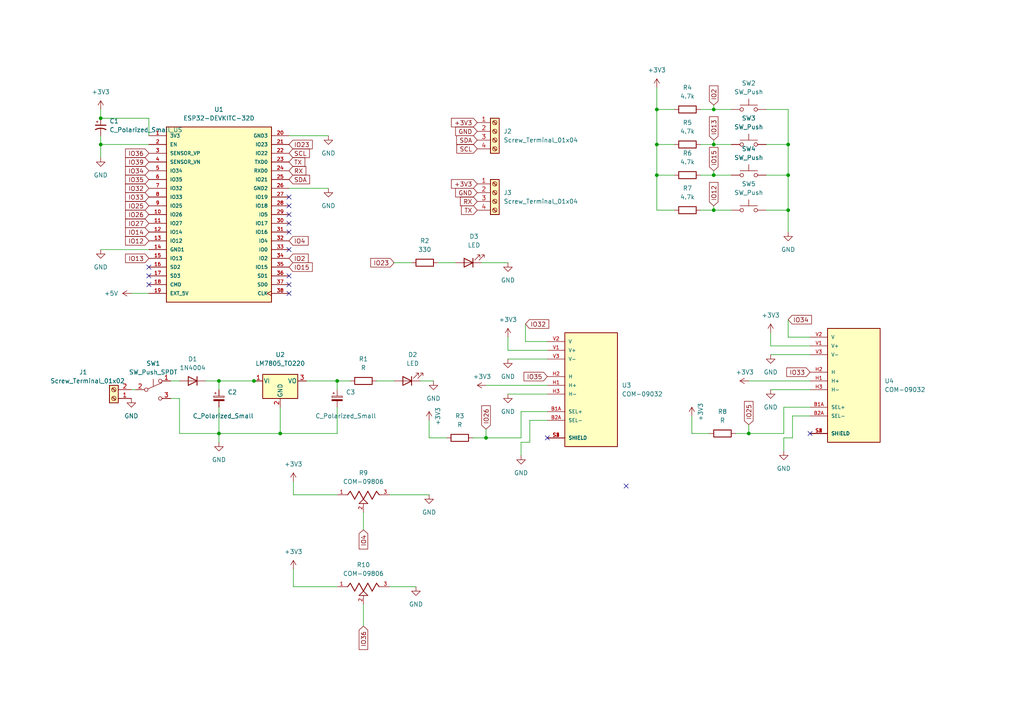
<source format=kicad_sch>
(kicad_sch (version 20211123) (generator eeschema)
  (paper "A4")
  (lib_symbols
    (symbol "COM-09032:COM-09032" (pin_names (offset 1.016))
      (property "Reference" "U" (at -7.62 16.002 0))
      (property "Value" "COM-09032" (at -7.62 -20.32 0))
      (symbol "COM-09032_0_0"
        (rectangle (start -7.62 -17.78) (end 7.62 15.24) (stroke (width 0.254)) (fill (type background)))
        (pin passive line (at -12.7 -7.62 0) (length 5.08) (name "SEL+") (number "B1A"))
        (pin passive line (at -12.7 -10.16 0) (length 5.08) (name "SEL-") (number "B2A"))
        (pin passive line (at -12.7 0 0) (length 5.08) (name "H+") (number "H1"))
        (pin passive line (at -12.7 2.54 0) (length 5.08) (name "H") (number "H2"))
        (pin passive line (at -12.7 -2.54 0) (length 5.08) (name "H-") (number "H3"))
        (pin passive line (at -12.7 -15.24 0) (length 5.08) (name "SHIELD") (number "S1"))
        (pin passive line (at -12.7 -15.24 0) (length 5.08) (name "SHIELD") (number "S2"))
        (pin passive line (at -12.7 -15.24 0) (length 5.08) (name "SHIELD") (number "S3"))
        (pin passive line (at -12.7 -15.24 0) (length 5.08) (name "SHIELD") (number "S4"))
        (pin passive line (at -12.7 10.16 0) (length 5.08) (name "V+") (number "V1"))
        (pin passive line (at -12.7 12.7 0) (length 5.08) (name "V") (number "V2"))
        (pin passive line (at -12.7 7.62 0) (length 5.08) (name "V-") (number "V3"))
      )
    )
    (symbol "Connector:Screw_Terminal_01x02" (pin_names (offset 1.016) hide)
      (property "Reference" "J" (at 0 2.54 0))
      (property "Value" "Screw_Terminal_01x02" (at 0 -5.08 0))
      (symbol "Screw_Terminal_01x02_1_1"
        (rectangle (start -1.27 1.27) (end 1.27 -3.81) (stroke (width 0.254)) (fill (type background)))
        (circle (center 0 -2.54) (radius 0.635) (stroke (width 0.1524)))
        (polyline (pts (xy -0.5334 -2.2098) (xy 0.3302 -3.048)) (stroke (width 0.1524)))
        (polyline (pts (xy -0.5334 0.3302) (xy 0.3302 -0.508)) (stroke (width 0.1524)))
        (polyline (pts (xy -0.3556 -2.032) (xy 0.508 -2.8702)) (stroke (width 0.1524)))
        (polyline (pts (xy -0.3556 0.508) (xy 0.508 -0.3302)) (stroke (width 0.1524)))
        (circle (center 0 0) (radius 0.635) (stroke (width 0.1524)))
        (pin passive line (at -5.08 0 0) (length 3.81) (name "Pin_1") (number "1"))
        (pin passive line (at -5.08 -2.54 0) (length 3.81) (name "Pin_2") (number "2"))
      )
    )
    (symbol "Connector:Screw_Terminal_01x04" (pin_names (offset 1.016) hide)
      (property "Reference" "J" (at 0 5.08 0))
      (property "Value" "Screw_Terminal_01x04" (at 0 -7.62 0))
      (symbol "Screw_Terminal_01x04_1_1"
        (rectangle (start -1.27 3.81) (end 1.27 -6.35) (stroke (width 0.254)) (fill (type background)))
        (circle (center 0 -5.08) (radius 0.635) (stroke (width 0.1524)))
        (circle (center 0 -2.54) (radius 0.635) (stroke (width 0.1524)))
        (polyline (pts (xy -0.5334 -4.7498) (xy 0.3302 -5.588)) (stroke (width 0.1524)))
        (polyline (pts (xy -0.5334 -2.2098) (xy 0.3302 -3.048)) (stroke (width 0.1524)))
        (polyline (pts (xy -0.5334 0.3302) (xy 0.3302 -0.508)) (stroke (width 0.1524)))
        (polyline (pts (xy -0.5334 2.8702) (xy 0.3302 2.032)) (stroke (width 0.1524)))
        (polyline (pts (xy -0.3556 -4.572) (xy 0.508 -5.4102)) (stroke (width 0.1524)))
        (polyline (pts (xy -0.3556 -2.032) (xy 0.508 -2.8702)) (stroke (width 0.1524)))
        (polyline (pts (xy -0.3556 0.508) (xy 0.508 -0.3302)) (stroke (width 0.1524)))
        (polyline (pts (xy -0.3556 3.048) (xy 0.508 2.2098)) (stroke (width 0.1524)))
        (circle (center 0 0) (radius 0.635) (stroke (width 0.1524)))
        (circle (center 0 2.54) (radius 0.635) (stroke (width 0.1524)))
        (pin passive line (at -5.08 2.54 0) (length 3.81) (name "Pin_1") (number "1"))
        (pin passive line (at -5.08 0 0) (length 3.81) (name "Pin_2") (number "2"))
        (pin passive line (at -5.08 -2.54 0) (length 3.81) (name "Pin_3") (number "3"))
        (pin passive line (at -5.08 -5.08 0) (length 3.81) (name "Pin_4") (number "4"))
      )
    )
    (symbol "Device:C_Polarized_Small" (pin_numbers hide) (pin_names (offset 0.254) hide)
      (property "Reference" "C" (at 0.254 1.778 0))
      (property "Value" "C_Polarized_Small" (at 0.254 -2.032 0))
      (symbol "C_Polarized_Small_0_1"
        (rectangle (start -1.524 -0.3048) (end 1.524 -0.6858) (fill (type outline)))
        (rectangle (start -1.524 0.6858) (end 1.524 0.3048))
        (polyline (pts (xy -1.27 1.524) (xy -0.762 1.524)))
        (polyline (pts (xy -1.016 1.27) (xy -1.016 1.778)))
      )
      (symbol "C_Polarized_Small_1_1"
        (pin passive line (at 0 2.54 270) (length 1.8542) (name "~") (number "1"))
        (pin passive line (at 0 -2.54 90) (length 1.8542) (name "~") (number "2"))
      )
    )
    (symbol "Device:C_Polarized_Small_US" (pin_numbers hide) (pin_names (offset 0.254) hide)
      (property "Reference" "C" (at 0.254 1.778 0))
      (property "Value" "C_Polarized_Small_US" (at 0.254 -2.032 0))
      (symbol "C_Polarized_Small_US_0_1"
        (polyline (pts (xy -1.524 0.508) (xy 1.524 0.508)) (stroke (width 0.3048)))
        (polyline (pts (xy -1.27 1.524) (xy -0.762 1.524)))
        (polyline (pts (xy -1.016 1.27) (xy -1.016 1.778)))
        (arc (start 1.524 -0.762) (mid 0 -0.3734) (end -1.524 -0.762) (stroke (width 0.3048)))
      )
      (symbol "C_Polarized_Small_US_1_1"
        (pin passive line (at 0 2.54 270) (length 2.032) (name "~") (number "1"))
        (pin passive line (at 0 -2.54 90) (length 2.032) (name "~") (number "2"))
      )
    )
    (symbol "Device:LED" (pin_numbers hide) (pin_names (offset 1.016) hide)
      (property "Reference" "D" (at 0 2.54 0))
      (property "Value" "LED" (at 0 -2.54 0))
      (symbol "LED_0_1"
        (polyline (pts (xy -1.27 -1.27) (xy -1.27 1.27)) (stroke (width 0.254)))
        (polyline (pts (xy -1.27 0) (xy 1.27 0)))
        (polyline (pts (xy 1.27 -1.27) (xy 1.27 1.27) (xy -1.27 0) (xy 1.27 -1.27)) (stroke (width 0.254)))
        (polyline (pts (xy -3.048 -0.762) (xy -4.572 -2.286) (xy -3.81 -2.286) (xy -4.572 -2.286) (xy -4.572 -1.524)))
        (polyline (pts (xy -1.778 -0.762) (xy -3.302 -2.286) (xy -2.54 -2.286) (xy -3.302 -2.286) (xy -3.302 -1.524)))
      )
      (symbol "LED_1_1"
        (pin passive line (at -3.81 0 0) (length 2.54) (name "K") (number "1"))
        (pin passive line (at 3.81 0 180) (length 2.54) (name "A") (number "2"))
      )
    )
    (symbol "Device:R" (pin_numbers hide) (pin_names (offset 0))
      (property "Reference" "R" (at 2.032 0 90))
      (property "Value" "R" (at 0 0 90))
      (symbol "R_0_1"
        (rectangle (start -1.016 -2.54) (end 1.016 2.54) (stroke (width 0.254)))
      )
      (symbol "R_1_1"
        (pin passive line (at 0 3.81 270) (length 1.27) (name "~") (number "1"))
        (pin passive line (at 0 -3.81 90) (length 1.27) (name "~") (number "2"))
      )
    )
    (symbol "Diode:1N4004" (pin_numbers hide) (pin_names (offset 1.016) hide)
      (property "Reference" "D" (at 0 2.54 0))
      (property "Value" "1N4004" (at 0 -2.54 0))
      (symbol "1N4004_0_1"
        (polyline (pts (xy -1.27 1.27) (xy -1.27 -1.27)) (stroke (width 0.254)))
        (polyline (pts (xy 1.27 0) (xy -1.27 0)))
        (polyline (pts (xy 1.27 1.27) (xy 1.27 -1.27) (xy -1.27 0) (xy 1.27 1.27)) (stroke (width 0.254)))
      )
      (symbol "1N4004_1_1"
        (pin passive line (at -3.81 0 0) (length 2.54) (name "K") (number "1"))
        (pin passive line (at 3.81 0 180) (length 2.54) (name "A") (number "2"))
      )
    )
    (symbol "MCU_Module:ESP32-DEVKITC-32D" (pin_names (offset 1.016))
      (property "Reference" "U" (at -15.2654 26.0604 0))
      (property "Value" "ESP32-DEVKITC-32D" (at -15.2654 -27.9654 0))
      (symbol "ESP32-DEVKITC-32D_0_0"
        (rectangle (start -15.24 -25.4) (end 15.24 25.4) (stroke (width 0.254)) (fill (type background)))
        (pin power_in line (at -20.32 22.86 0) (length 5.08) (name "3V3") (number "1"))
        (pin bidirectional line (at -20.32 0 0) (length 5.08) (name "IO26") (number "10"))
        (pin bidirectional line (at -20.32 -2.54 0) (length 5.08) (name "IO27") (number "11"))
        (pin bidirectional line (at -20.32 -5.08 0) (length 5.08) (name "IO14") (number "12"))
        (pin bidirectional line (at -20.32 -7.62 0) (length 5.08) (name "IO12") (number "13"))
        (pin power_in line (at -20.32 -10.16 0) (length 5.08) (name "GND1") (number "14"))
        (pin bidirectional line (at -20.32 -12.7 0) (length 5.08) (name "IO13") (number "15"))
        (pin bidirectional line (at -20.32 -15.24 0) (length 5.08) (name "SD2") (number "16"))
        (pin bidirectional line (at -20.32 -17.78 0) (length 5.08) (name "SD3") (number "17"))
        (pin bidirectional line (at -20.32 -20.32 0) (length 5.08) (name "CMD") (number "18"))
        (pin power_in line (at -20.32 -22.86 0) (length 5.08) (name "EXT_5V") (number "19"))
        (pin input line (at -20.32 20.32 0) (length 5.08) (name "EN") (number "2"))
        (pin power_in line (at 20.32 22.86 180) (length 5.08) (name "GND3") (number "20"))
        (pin bidirectional line (at 20.32 20.32 180) (length 5.08) (name "IO23") (number "21"))
        (pin bidirectional line (at 20.32 17.78 180) (length 5.08) (name "IO22") (number "22"))
        (pin output line (at 20.32 15.24 180) (length 5.08) (name "TXD0") (number "23"))
        (pin input line (at 20.32 12.7 180) (length 5.08) (name "RXD0") (number "24"))
        (pin bidirectional line (at 20.32 10.16 180) (length 5.08) (name "IO21") (number "25"))
        (pin power_in line (at 20.32 7.62 180) (length 5.08) (name "GND2") (number "26"))
        (pin bidirectional line (at 20.32 5.08 180) (length 5.08) (name "IO19") (number "27"))
        (pin bidirectional line (at 20.32 2.54 180) (length 5.08) (name "IO18") (number "28"))
        (pin bidirectional line (at 20.32 0 180) (length 5.08) (name "IO5") (number "29"))
        (pin input line (at -20.32 17.78 0) (length 5.08) (name "SENSOR_VP") (number "3"))
        (pin bidirectional line (at 20.32 -2.54 180) (length 5.08) (name "IO17") (number "30"))
        (pin bidirectional line (at 20.32 -5.08 180) (length 5.08) (name "IO16") (number "31"))
        (pin bidirectional line (at 20.32 -7.62 180) (length 5.08) (name "IO4") (number "32"))
        (pin bidirectional line (at 20.32 -10.16 180) (length 5.08) (name "IO0") (number "33"))
        (pin bidirectional line (at 20.32 -12.7 180) (length 5.08) (name "IO2") (number "34"))
        (pin bidirectional line (at 20.32 -15.24 180) (length 5.08) (name "IO15") (number "35"))
        (pin bidirectional line (at 20.32 -17.78 180) (length 5.08) (name "SD1") (number "36"))
        (pin bidirectional line (at 20.32 -20.32 180) (length 5.08) (name "SD0") (number "37"))
        (pin input clock (at 20.32 -22.86 180) (length 5.08) (name "CLK") (number "38"))
        (pin input line (at -20.32 15.24 0) (length 5.08) (name "SENSOR_VN") (number "4"))
        (pin bidirectional line (at -20.32 12.7 0) (length 5.08) (name "IO34") (number "5"))
        (pin bidirectional line (at -20.32 10.16 0) (length 5.08) (name "IO35") (number "6"))
        (pin bidirectional line (at -20.32 7.62 0) (length 5.08) (name "IO32") (number "7"))
        (pin bidirectional line (at -20.32 5.08 0) (length 5.08) (name "IO33") (number "8"))
        (pin bidirectional line (at -20.32 2.54 0) (length 5.08) (name "IO25") (number "9"))
      )
    )
    (symbol "POT_SMALL:COM-09806" (pin_names (offset 1.016) hide)
      (property "Reference" "R" (at -5.08 5.08 0))
      (property "Value" "COM-09806" (at -5.08 2.54 0))
      (symbol "COM-09806_0_0"
        (polyline (pts (xy -5.08 0) (xy -4.572 0)) (stroke (width 0.1524)))
        (polyline (pts (xy -4.572 0) (xy -3.81 1.016)) (stroke (width 0.254)))
        (polyline (pts (xy -3.81 1.016) (xy -2.54 -1.27)) (stroke (width 0.254)))
        (polyline (pts (xy -2.54 -1.27) (xy -1.27 1.016)) (stroke (width 0.254)))
        (polyline (pts (xy -1.27 -2.54) (xy 0 -1.27)) (stroke (width 0.2032)))
        (polyline (pts (xy -1.27 1.016) (xy 0 -1.27)) (stroke (width 0.254)))
        (polyline (pts (xy 0 -1.27) (xy 1.27 -2.54)) (stroke (width 0.2032)))
        (polyline (pts (xy 0 -1.27) (xy 1.27 1.016)) (stroke (width 0.254)))
        (polyline (pts (xy 1.27 -2.54) (xy -1.27 -2.54)) (stroke (width 0.2032)))
        (polyline (pts (xy 1.27 1.016) (xy 2.54 -1.27)) (stroke (width 0.254)))
        (polyline (pts (xy 2.54 -1.27) (xy 3.81 1.016)) (stroke (width 0.254)))
        (polyline (pts (xy 3.81 1.016) (xy 4.572 0)) (stroke (width 0.254)))
        (polyline (pts (xy 4.572 0) (xy 5.08 0)) (stroke (width 0.1524)))
        (pin passive line (at -7.62 0 0) (length 2.54) (name "~") (number "1"))
        (pin passive line (at 0 -5.08 90) (length 2.54) (name "~") (number "2"))
        (pin passive line (at 7.62 0 180) (length 2.54) (name "~") (number "3"))
      )
    )
    (symbol "Regulator_Linear:LM7805_TO220" (pin_names (offset 0.254))
      (property "Reference" "U" (at -3.81 3.175 0))
      (property "Value" "LM7805_TO220" (at 0 3.175 0))
      (symbol "LM7805_TO220_0_1"
        (rectangle (start -5.08 1.905) (end 5.08 -5.08) (stroke (width 0.254)) (fill (type background)))
      )
      (symbol "LM7805_TO220_1_1"
        (pin power_in line (at -7.62 0 0) (length 2.54) (name "VI") (number "1"))
        (pin power_in line (at 0 -7.62 90) (length 2.54) (name "GND") (number "2"))
        (pin power_out line (at 7.62 0 180) (length 2.54) (name "VO") (number "3"))
      )
    )
    (symbol "Switch:SW_Push" (pin_numbers hide) (pin_names (offset 1.016) hide)
      (property "Reference" "SW" (at 1.27 2.54 0))
      (property "Value" "SW_Push" (at 0 -1.524 0))
      (symbol "SW_Push_0_1"
        (circle (center -2.032 0) (radius 0.508))
        (polyline (pts (xy 0 1.27) (xy 0 3.048)))
        (polyline (pts (xy 2.54 1.27) (xy -2.54 1.27)))
        (circle (center 2.032 0) (radius 0.508))
        (pin passive line (at -5.08 0 0) (length 2.54) (name "1") (number "1"))
        (pin passive line (at 5.08 0 180) (length 2.54) (name "2") (number "2"))
      )
    )
    (symbol "Switch:SW_Push_SPDT" (pin_names (offset 0) hide)
      (property "Reference" "SW" (at 0 4.318 0))
      (property "Value" "SW_Push_SPDT" (at 0 -5.08 0))
      (symbol "SW_Push_SPDT_0_0"
        (circle (center -2.032 0) (radius 0.508))
        (polyline (pts (xy 0 1.016) (xy 0 3.048)))
        (circle (center 2.032 -2.54) (radius 0.508))
      )
      (symbol "SW_Push_SPDT_0_1"
        (polyline (pts (xy -1.524 0.254) (xy 2.54 2.032)))
        (circle (center 2.032 2.54) (radius 0.508))
      )
      (symbol "SW_Push_SPDT_1_1"
        (pin passive line (at 5.08 2.54 180) (length 2.54) (name "A") (number "1"))
        (pin passive line (at -5.08 0 0) (length 2.54) (name "B") (number "2"))
        (pin passive line (at 5.08 -2.54 180) (length 2.54) (name "C") (number "3"))
      )
    )
    (symbol "power:+3.3V" (power) (pin_names (offset 0))
      (property "Value" "+3.3V" (at 0 3.556 0))
      (symbol "+3.3V_0_1"
        (polyline (pts (xy -0.762 1.27) (xy 0 2.54)))
        (polyline (pts (xy 0 0) (xy 0 2.54)))
        (polyline (pts (xy 0 2.54) (xy 0.762 1.27)))
      )
      (symbol "+3.3V_1_1"
        (pin power_in line (at 0 0 90) (length 0) hide (name "+3V3") (number "1"))
      )
    )
    (symbol "power:+3V3" (power) (pin_names (offset 0))
      (property "Value" "+3V3" (at 0 3.556 0))
      (symbol "+3V3_0_1"
        (polyline (pts (xy -0.762 1.27) (xy 0 2.54)))
        (polyline (pts (xy 0 0) (xy 0 2.54)))
        (polyline (pts (xy 0 2.54) (xy 0.762 1.27)))
      )
      (symbol "+3V3_1_1"
        (pin power_in line (at 0 0 90) (length 0) hide (name "+3V3") (number "1"))
      )
    )
    (symbol "power:+5V" (power) (pin_names (offset 0))
      (property "Value" "+5V" (at 0 3.556 0))
      (symbol "+5V_0_1"
        (polyline (pts (xy -0.762 1.27) (xy 0 2.54)))
        (polyline (pts (xy 0 0) (xy 0 2.54)))
        (polyline (pts (xy 0 2.54) (xy 0.762 1.27)))
      )
      (symbol "+5V_1_1"
        (pin power_in line (at 0 0 90) (length 0) hide (name "+5V") (number "1"))
      )
    )
    (symbol "power:GND" (power) (pin_names (offset 0))
      (property "Value" "GND" (at 0 -3.81 0))
      (symbol "GND_0_1"
        (polyline (pts (xy 0 0) (xy 0 -1.27) (xy 1.27 -1.27) (xy 0 -2.54) (xy -1.27 -1.27) (xy 0 -1.27)))
      )
      (symbol "GND_1_1"
        (pin power_in line (at 0 0 270) (length 0) hide (name "GND") (number "1"))
      )
    )
  )
  (junction (at 81.28 125.73))
  (junction (at 29.21 34.29))
  (junction (at 140.97 127))
  (junction (at 207.01 60.96))
  (junction (at 190.5 41.91))
  (junction (at 207.01 31.75))
  (junction (at 228.6 50.8))
  (junction (at 63.5 110.49))
  (junction (at 73.66 110.49))
  (junction (at 29.21 41.91))
  (junction (at 207.01 41.91))
  (junction (at 207.01 50.8))
  (junction (at 190.5 31.75))
  (junction (at 190.5 50.8))
  (junction (at 217.17 125.73))
  (junction (at 63.5 125.73))
  (junction (at 228.6 60.96))
  (junction (at 97.79 110.49))
  (junction (at 228.6 41.91))
  (no_connect (at 181.61 140.97))
  (no_connect (at 158.75 127))
  (no_connect (at 234.95 125.73))
  (no_connect (at 83.82 64.77))
  (no_connect (at 83.82 67.31))
  (no_connect (at 83.82 72.39))
  (no_connect (at 83.82 80.01))
  (no_connect (at 83.82 57.15))
  (no_connect (at 83.82 59.69))
  (no_connect (at 83.82 62.23))
  (no_connect (at 83.82 82.55))
  (no_connect (at 83.82 85.09))
  (no_connect (at 43.18 77.47))
  (no_connect (at 43.18 80.01))
  (no_connect (at 43.18 82.55))
  (wire (pts (xy 228.6 41.91) (xy 228.6 50.8)))
  (wire (pts (xy 63.5 118.11) (xy 63.5 125.73)))
  (wire (pts (xy 85.09 143.51) (xy 85.09 139.7)))
  (wire (pts (xy 190.5 41.91) (xy 190.5 50.8)))
  (wire (pts (xy 63.5 110.49) (xy 73.66 110.49)))
  (wire (pts (xy 195.58 60.96) (xy 190.5 60.96)))
  (wire (pts (xy 229.87 120.65) (xy 234.95 120.65)))
  (wire (pts (xy 227.33 127) (xy 229.87 127)))
  (wire (pts (xy 52.07 125.73) (xy 63.5 125.73)))
  (wire (pts (xy 124.46 121.92) (xy 124.46 127)))
  (wire (pts (xy 97.79 118.11) (xy 97.79 125.73)))
  (wire (pts (xy 85.09 165.1) (xy 85.09 170.18)))
  (wire (pts (xy 83.82 39.37) (xy 95.25 39.37)))
  (wire (pts (xy 105.41 148.59) (xy 105.41 153.67)))
  (wire (pts (xy 63.5 125.73) (xy 63.5 128.27)))
  (wire (pts (xy 229.87 127) (xy 229.87 120.65)))
  (wire (pts (xy 200.66 125.73) (xy 205.74 125.73)))
  (wire (pts (xy 217.17 110.49) (xy 234.95 110.49)))
  (wire (pts (xy 227.33 118.11) (xy 234.95 118.11)))
  (wire (pts (xy 147.32 114.3) (xy 158.75 114.3)))
  (wire (pts (xy 222.25 41.91) (xy 228.6 41.91)))
  (wire (pts (xy 151.13 119.38) (xy 158.75 119.38)))
  (wire (pts (xy 223.52 113.03) (xy 234.95 113.03)))
  (wire (pts (xy 29.21 41.91) (xy 29.21 45.72)))
  (wire (pts (xy 140.97 124.46) (xy 140.97 127)))
  (wire (pts (xy 109.22 110.49) (xy 114.3 110.49)))
  (wire (pts (xy 81.28 118.11) (xy 81.28 125.73)))
  (wire (pts (xy 88.9 110.49) (xy 97.79 110.49)))
  (wire (pts (xy 203.2 41.91) (xy 207.01 41.91)))
  (wire (pts (xy 38.1 85.09) (xy 43.18 85.09)))
  (wire (pts (xy 52.07 115.57) (xy 49.53 115.57)))
  (wire (pts (xy 63.5 125.73) (xy 81.28 125.73)))
  (wire (pts (xy 228.6 97.79) (xy 234.95 97.79)))
  (wire (pts (xy 52.07 115.57) (xy 52.07 125.73)))
  (wire (pts (xy 114.3 76.2) (xy 119.38 76.2)))
  (wire (pts (xy 152.4 93.98) (xy 152.4 99.06)))
  (wire (pts (xy 153.67 121.92) (xy 158.75 121.92)))
  (wire (pts (xy 217.17 125.73) (xy 227.33 125.73)))
  (wire (pts (xy 147.32 104.14) (xy 158.75 104.14)))
  (wire (pts (xy 147.32 97.79) (xy 147.32 101.6)))
  (wire (pts (xy 190.5 31.75) (xy 195.58 31.75)))
  (wire (pts (xy 228.6 92.71) (xy 228.6 97.79)))
  (wire (pts (xy 49.53 110.49) (xy 52.07 110.49)))
  (wire (pts (xy 222.25 31.75) (xy 228.6 31.75)))
  (wire (pts (xy 97.79 110.49) (xy 101.6 110.49)))
  (wire (pts (xy 207.01 49.53) (xy 207.01 50.8)))
  (wire (pts (xy 207.01 40.64) (xy 207.01 41.91)))
  (wire (pts (xy 227.33 125.73) (xy 227.33 118.11)))
  (wire (pts (xy 140.97 127) (xy 151.13 127)))
  (wire (pts (xy 152.4 99.06) (xy 158.75 99.06)))
  (wire (pts (xy 59.69 110.49) (xy 63.5 110.49)))
  (wire (pts (xy 140.97 111.76) (xy 158.75 111.76)))
  (wire (pts (xy 137.16 127) (xy 140.97 127)))
  (wire (pts (xy 147.32 101.6) (xy 158.75 101.6)))
  (wire (pts (xy 207.01 60.96) (xy 212.09 60.96)))
  (wire (pts (xy 73.66 110.49) (xy 74.93 110.49)))
  (wire (pts (xy 203.2 50.8) (xy 207.01 50.8)))
  (wire (pts (xy 29.21 31.75) (xy 29.21 34.29)))
  (wire (pts (xy 190.5 31.75) (xy 190.5 41.91)))
  (wire (pts (xy 139.7 76.2) (xy 147.32 76.2)))
  (wire (pts (xy 97.79 110.49) (xy 97.79 113.03)))
  (wire (pts (xy 227.33 130.81) (xy 227.33 127)))
  (wire (pts (xy 121.92 110.49) (xy 125.73 110.49)))
  (wire (pts (xy 223.52 96.52) (xy 223.52 100.33)))
  (wire (pts (xy 207.01 31.75) (xy 212.09 31.75)))
  (wire (pts (xy 85.09 170.18) (xy 97.79 170.18)))
  (wire (pts (xy 151.13 128.27) (xy 153.67 128.27)))
  (wire (pts (xy 113.03 143.51) (xy 124.46 143.51)))
  (wire (pts (xy 228.6 60.96) (xy 228.6 67.31)))
  (wire (pts (xy 124.46 127) (xy 129.54 127)))
  (wire (pts (xy 217.17 123.19) (xy 217.17 125.73)))
  (wire (pts (xy 213.36 125.73) (xy 217.17 125.73)))
  (wire (pts (xy 190.5 41.91) (xy 195.58 41.91)))
  (wire (pts (xy 105.41 175.26) (xy 105.41 181.61)))
  (wire (pts (xy 190.5 50.8) (xy 190.5 60.96)))
  (wire (pts (xy 200.66 120.65) (xy 200.66 125.73)))
  (wire (pts (xy 203.2 60.96) (xy 207.01 60.96)))
  (wire (pts (xy 223.52 100.33) (xy 234.95 100.33)))
  (wire (pts (xy 207.01 41.91) (xy 212.09 41.91)))
  (wire (pts (xy 29.21 72.39) (xy 43.18 72.39)))
  (wire (pts (xy 43.18 34.29) (xy 43.18 39.37)))
  (wire (pts (xy 151.13 132.08) (xy 151.13 128.27)))
  (wire (pts (xy 127 76.2) (xy 132.08 76.2)))
  (wire (pts (xy 151.13 127) (xy 151.13 119.38)))
  (wire (pts (xy 81.28 125.73) (xy 97.79 125.73)))
  (wire (pts (xy 97.79 143.51) (xy 85.09 143.51)))
  (wire (pts (xy 228.6 31.75) (xy 228.6 41.91)))
  (wire (pts (xy 207.01 50.8) (xy 212.09 50.8)))
  (wire (pts (xy 83.82 54.61) (xy 95.25 54.61)))
  (wire (pts (xy 43.18 41.91) (xy 29.21 41.91)))
  (wire (pts (xy 190.5 25.4) (xy 190.5 31.75)))
  (wire (pts (xy 207.01 30.48) (xy 207.01 31.75)))
  (wire (pts (xy 228.6 60.96) (xy 222.25 60.96)))
  (wire (pts (xy 190.5 50.8) (xy 195.58 50.8)))
  (wire (pts (xy 228.6 50.8) (xy 228.6 60.96)))
  (wire (pts (xy 29.21 34.29) (xy 43.18 34.29)))
  (wire (pts (xy 113.03 170.18) (xy 120.65 170.18)))
  (wire (pts (xy 153.67 128.27) (xy 153.67 121.92)))
  (wire (pts (xy 223.52 102.87) (xy 234.95 102.87)))
  (wire (pts (xy 29.21 39.37) (xy 29.21 41.91)))
  (wire (pts (xy 38.1 113.03) (xy 39.37 113.03)))
  (wire (pts (xy 203.2 31.75) (xy 207.01 31.75)))
  (wire (pts (xy 222.25 50.8) (xy 228.6 50.8)))
  (wire (pts (xy 207.01 59.69) (xy 207.01 60.96)))
  (wire (pts (xy 63.5 110.49) (xy 63.5 113.03)))
  (global_label "IO2" (shape input) (at 207.01 30.48 90) (property "Intersheet References" "${INTERSHEET_REFS}" (effects hide)))
  (global_label "IO34" (shape input) (at 228.6 92.71 0) (property "Intersheet References" "${INTERSHEET_REFS}" (effects hide)))
  (global_label "IO25" (shape input) (at 217.17 123.19 90) (property "Intersheet References" "${INTERSHEET_REFS}" (effects hide)))
  (global_label "SDA" (shape input) (at 83.82 52.07 0) (property "Intersheet References" "${INTERSHEET_REFS}" (effects hide)))
  (global_label "IO4" (shape input) (at 83.82 69.85 0) (property "Intersheet References" "${INTERSHEET_REFS}" (effects hide)))
  (global_label "IO36" (shape input) (at 105.41 181.61 270) (property "Intersheet References" "${INTERSHEET_REFS}" (effects hide)))
  (global_label "IO12" (shape input) (at 43.18 69.85 180) (property "Intersheet References" "${INTERSHEET_REFS}" (effects hide)))
  (global_label "IO26" (shape input) (at 43.18 62.23 180) (property "Intersheet References" "${INTERSHEET_REFS}" (effects hide)))
  (global_label "IO23" (shape input) (at 114.3 76.2 180) (property "Intersheet References" "${INTERSHEET_REFS}" (effects hide)))
  (global_label "RX" (shape input) (at 83.82 49.53 0) (property "Intersheet References" "${INTERSHEET_REFS}" (effects hide)))
  (global_label "IO35" (shape input) (at 43.18 52.07 180) (property "Intersheet References" "${INTERSHEET_REFS}" (effects hide)))
  (global_label "IO12" (shape input) (at 207.01 59.69 90) (property "Intersheet References" "${INTERSHEET_REFS}" (effects hide)))
  (global_label "IO14" (shape input) (at 43.18 67.31 180) (property "Intersheet References" "${INTERSHEET_REFS}" (effects hide)))
  (global_label "TX" (shape input) (at 138.43 60.96 180) (property "Intersheet References" "${INTERSHEET_REFS}" (effects hide)))
  (global_label "IO35" (shape input) (at 158.75 109.22 180) (property "Intersheet References" "${INTERSHEET_REFS}" (effects hide)))
  (global_label "IO39" (shape input) (at 43.18 46.99 180) (property "Intersheet References" "${INTERSHEET_REFS}" (effects hide)))
  (global_label "RX" (shape input) (at 138.43 58.42 180) (property "Intersheet References" "${INTERSHEET_REFS}" (effects hide)))
  (global_label "SCL" (shape input) (at 83.82 44.45 0) (property "Intersheet References" "${INTERSHEET_REFS}" (effects hide)))
  (global_label "IO13" (shape input) (at 43.18 74.93 180) (property "Intersheet References" "${INTERSHEET_REFS}" (effects hide)))
  (global_label "IO23" (shape input) (at 83.82 41.91 0) (property "Intersheet References" "${INTERSHEET_REFS}" (effects hide)))
  (global_label "TX" (shape input) (at 83.82 46.99 0) (property "Intersheet References" "${INTERSHEET_REFS}" (effects hide)))
  (global_label "+3V3" (shape input) (at 138.43 35.56 180) (property "Intersheet References" "${INTERSHEET_REFS}" (effects hide)))
  (global_label "IO32" (shape input) (at 152.4 93.98 0) (property "Intersheet References" "${INTERSHEET_REFS}" (effects hide)))
  (global_label "IO4" (shape input) (at 105.41 153.67 270) (property "Intersheet References" "${INTERSHEET_REFS}" (effects hide)))
  (global_label "IO34" (shape input) (at 43.18 49.53 180) (property "Intersheet References" "${INTERSHEET_REFS}" (effects hide)))
  (global_label "GND" (shape input) (at 138.43 38.1 180) (property "Intersheet References" "${INTERSHEET_REFS}" (effects hide)))
  (global_label "IO33" (shape input) (at 43.18 57.15 180) (property "Intersheet References" "${INTERSHEET_REFS}" (effects hide)))
  (global_label "+3V3" (shape input) (at 138.43 53.34 180) (property "Intersheet References" "${INTERSHEET_REFS}" (effects hide)))
  (global_label "IO15" (shape input) (at 83.82 77.47 0) (property "Intersheet References" "${INTERSHEET_REFS}" (effects hide)))
  (global_label "IO27" (shape input) (at 43.18 64.77 180) (property "Intersheet References" "${INTERSHEET_REFS}" (effects hide)))
  (global_label "IO13" (shape input) (at 207.01 40.64 90) (property "Intersheet References" "${INTERSHEET_REFS}" (effects hide)))
  (global_label "IO32" (shape input) (at 43.18 54.61 180) (property "Intersheet References" "${INTERSHEET_REFS}" (effects hide)))
  (global_label "GND" (shape input) (at 138.43 55.88 180) (property "Intersheet References" "${INTERSHEET_REFS}" (effects hide)))
  (global_label "IO36" (shape input) (at 43.18 44.45 180) (property "Intersheet References" "${INTERSHEET_REFS}" (effects hide)))
  (global_label "IO33" (shape input) (at 234.95 107.95 180) (property "Intersheet References" "${INTERSHEET_REFS}" (effects hide)))
  (global_label "IO15" (shape input) (at 207.01 49.53 90) (property "Intersheet References" "${INTERSHEET_REFS}" (effects hide)))
  (global_label "IO25" (shape input) (at 43.18 59.69 180) (property "Intersheet References" "${INTERSHEET_REFS}" (effects hide)))
  (global_label "SDA" (shape input) (at 138.43 40.64 180) (property "Intersheet References" "${INTERSHEET_REFS}" (effects hide)))
  (global_label "IO26" (shape input) (at 140.97 124.46 90) (property "Intersheet References" "${INTERSHEET_REFS}" (effects hide)))
  (global_label "SCL" (shape input) (at 138.43 43.18 180) (property "Intersheet References" "${INTERSHEET_REFS}" (effects hide)))
  (global_label "IO2" (shape input) (at 83.82 74.93 0) (property "Intersheet References" "${INTERSHEET_REFS}" (effects hide)))
  (symbol (lib_id "power:+3V3") (at 200.66 120.65 0) (unit 1)
    (property "Reference" "#PWR0117" (effects hide))
    (property "Value" "+3V3" (at 203.2 116.84 90) (effects (justify right)))
  )
  (symbol (lib_id "power:GND") (at 95.25 54.61 0) (unit 1)
    (property "Reference" "#PWR0121" (effects hide))
    (property "Value" "GND" (at 95.25 59.69 0))
  )
  (symbol (lib_id "power:GND") (at 38.1 115.57 0) (unit 1)
    (property "Reference" "#PWR0102" (effects hide))
    (property "Value" "GND" (at 38.1 120.65 0))
  )
  (symbol (lib_id "power:GND") (at 63.5 128.27 0) (unit 1)
    (property "Reference" "#PWR0101" (effects hide))
    (property "Value" "GND" (at 63.5 133.35 0))
  )
  (symbol (lib_id "power:GND") (at 147.32 76.2 0) (unit 1)
    (property "Reference" "#PWR0108" (effects hide))
    (property "Value" "GND" (at 147.32 81.28 0))
  )
  (symbol (lib_id "power:+3.3V") (at 85.09 139.7 0) (unit 1)
    (property "Reference" "#PWR01" (effects hide))
    (property "Value" "+3.3V" (at 85.09 134.62 0))
  )
  (symbol (lib_id "Device:R") (at 105.41 110.49 90) (unit 1)
    (property "Reference" "R1" (at 105.41 104.14 90))
    (property "Value" "R" (at 105.41 106.68 90))
    (property "Footprint" "Resistor_THT:R_Axial_DIN0207_L6.3mm_D2.5mm_P10.16mm_Horizontal" (effects hide))
  )
  (symbol (lib_id "Switch:SW_Push") (at 217.17 50.8 0) (unit 1)
    (property "Reference" "SW4" (at 217.17 43.18 0))
    (property "Value" "SW_Push" (at 217.17 45.72 0))
    (property "Footprint" "Button_Switch_THT:SW_PUSH-12mm" (effects hide))
  )
  (symbol (lib_id "power:+3V3") (at 147.32 97.79 0) (unit 1)
    (property "Reference" "#PWR0110" (effects hide))
    (property "Value" "+3V3" (at 147.32 92.71 0))
  )
  (symbol (lib_id "Device:C_Polarized_Small") (at 97.79 115.57 0) (unit 1)
    (property "Reference" "C3" (at 100.33 113.7538 0) (effects (justify left)))
    (property "Value" "C_Polarized_Small" (at 91.44 120.65 0) (effects (justify left)))
    (property "Footprint" "Capacitor_THT:CP_Radial_D5.0mm_P2.50mm" (effects hide))
  )
  (symbol (lib_id "Connector:Screw_Terminal_01x04") (at 143.51 55.88 0) (unit 1)
    (property "Reference" "J3" (at 146.05 55.8799 0) (effects (justify left)))
    (property "Value" "Screw_Terminal_01x04" (at 146.05 58.4199 0) (effects (justify left)))
    (property "Footprint" "Connector_PinHeader_2.54mm:PinHeader_1x04_P2.54mm_Vertical" (effects hide))
  )
  (symbol (lib_id "Device:R") (at 199.39 31.75 90) (unit 1)
    (property "Reference" "R4" (at 199.39 25.4 90))
    (property "Value" "4.7k" (at 199.39 27.94 90))
    (property "Footprint" "Resistor_THT:R_Axial_DIN0207_L6.3mm_D2.5mm_P10.16mm_Horizontal" (effects hide))
  )
  (symbol (lib_id "Device:R") (at 199.39 50.8 90) (unit 1)
    (property "Reference" "R6" (at 199.39 44.45 90))
    (property "Value" "4.7k" (at 199.39 46.99 90))
    (property "Footprint" "Resistor_THT:R_Axial_DIN0207_L6.3mm_D2.5mm_P10.16mm_Horizontal" (effects hide))
  )
  (symbol (lib_id "power:+3V3") (at 223.52 96.52 0) (unit 1)
    (property "Reference" "#PWR0118" (effects hide))
    (property "Value" "+3V3" (at 223.52 91.44 0))
  )
  (symbol (lib_id "Switch:SW_Push_SPDT") (at 44.45 113.03 0) (unit 1)
    (property "Reference" "SW1" (at 44.45 105.41 0))
    (property "Value" "SW_Push_SPDT" (at 44.45 107.95 0))
    (property "Footprint" "Button_Switch_THT:SW_CuK_JS202011CQN_DPDT_Straight" (effects hide))
  )
  (symbol (lib_id "Regulator_Linear:LM7805_TO220") (at 81.28 110.49 0) (unit 1)
    (property "Reference" "U2" (at 81.28 102.87 0))
    (property "Value" "LM7805_TO220" (at 81.28 105.41 0))
    (property "Footprint" "Package_TO_SOT_THT:TO-220-3_Vertical" (effects hide))
    (property "Datasheet" "https://www.onsemi.cn/PowerSolutions/document/MC7800-D.PDF" (effects hide))
  )
  (symbol (lib_id "power:+3V3") (at 217.17 110.49 90) (unit 1)
    (property "Reference" "#PWR0116" (effects hide))
    (property "Value" "+3V3" (at 213.36 107.95 90) (effects (justify right)))
  )
  (symbol (lib_id "power:+3V3") (at 190.5 25.4 0) (unit 1)
    (property "Reference" "#PWR0107" (effects hide))
    (property "Value" "+3V3" (at 190.5 20.32 0))
  )
  (symbol (lib_id "power:GND") (at 125.73 110.49 0) (unit 1)
    (property "Reference" "#PWR0124" (effects hide))
    (property "Value" "GND" (at 125.73 115.57 0))
  )
  (symbol (lib_id "Device:R") (at 133.35 127 90) (unit 1)
    (property "Reference" "R3" (at 133.35 120.65 90))
    (property "Value" "R" (at 133.35 123.19 90))
    (property "Footprint" "Resistor_THT:R_Axial_DIN0207_L6.3mm_D2.5mm_P10.16mm_Horizontal" (effects hide))
  )
  (symbol (lib_id "POT_SMALL:COM-09806") (at 105.41 170.18 0) (unit 1)
    (property "Reference" "R10" (at 105.41 163.83 0))
    (property "Value" "COM-09806" (at 105.41 166.37 0))
    (property "Footprint" "COM-09806:TRIM_COM-09806" (effects hide))
    (property "STANDARD" "Manufacturer Recommendations" (effects hide))
    (property "MAXIMUM_PACKAGE_HEIGHT" "5.08 mm" (effects hide))
    (property "MANUFACTURER" "Sparkfun" (effects hide))
    (property "PARTREV" "N/A" (effects hide))
  )
  (symbol (lib_id "power:GND") (at 228.6 67.31 0) (unit 1)
    (property "Reference" "#PWR0106" (effects hide))
    (property "Value" "GND" (at 228.6 72.39 0))
  )
  (symbol (lib_id "POT_SMALL:COM-09806") (at 105.41 143.51 0) (unit 1)
    (property "Reference" "R9" (at 105.41 137.16 0))
    (property "Value" "COM-09806" (at 105.41 139.7 0))
    (property "Footprint" "COM-09806:TRIM_COM-09806" (effects hide))
    (property "STANDARD" "Manufacturer Recommendations" (effects hide))
    (property "MAXIMUM_PACKAGE_HEIGHT" "5.08 mm" (effects hide))
    (property "MANUFACTURER" "Sparkfun" (effects hide))
    (property "PARTREV" "N/A" (effects hide))
  )
  (symbol (lib_id "power:+5V") (at 38.1 85.09 90) (unit 1)
    (property "Reference" "#PWR0104" (effects hide))
    (property "Value" "+5V" (at 34.29 85.0899 90) (effects (justify left)))
  )
  (symbol (lib_id "power:GND") (at 147.32 114.3 0) (unit 1)
    (property "Reference" "#PWR0112" (effects hide))
    (property "Value" "GND" (at 147.32 119.38 0))
  )
  (symbol (lib_id "MCU_Module:ESP32-DEVKITC-32D") (at 63.5 62.23 0) (unit 1)
    (property "Reference" "U1" (at 63.5 31.75 0))
    (property "Value" "ESP32-DEVKITC-32D" (at 63.5 34.29 0))
    (property "Footprint" "Module:MODULE_ESP32-DEVKITC-32D" (effects hide))
    (property "MANUFACTURER" "Espressif Systems" (effects hide))
    (property "PARTREV" "4" (effects hide))
  )
  (symbol (lib_id "power:+3.3V") (at 85.09 165.1 0) (unit 1)
    (property "Reference" "#PWR02" (effects hide))
    (property "Value" "+3.3V" (at 85.09 160.02 0))
  )
  (symbol (lib_id "power:+3V3") (at 29.21 31.75 0) (unit 1)
    (property "Reference" "#PWR0123" (effects hide))
    (property "Value" "+3V3" (at 29.21 26.67 0))
  )
  (symbol (lib_id "COM-09032:COM-09032") (at 247.65 110.49 0) (unit 1)
    (property "Reference" "U4" (at 256.54 110.4899 0) (effects (justify left)))
    (property "Value" "COM-09032" (at 256.54 113.0299 0) (effects (justify left)))
    (property "Footprint" "Button_Switch_THT:XDCR_COM-09032" (effects hide))
    (property "PARTREV" "N/A" (effects hide))
    (property "MANUFACTURER" "SparkFun Electronics" (effects hide))
    (property "MAXIMUM_PACKAGE_HEIGHT" "30.1mm" (effects hide))
    (property "STANDARD" "Manufacturer Recommendations" (effects hide))
  )
  (symbol (lib_id "power:GND") (at 95.25 39.37 0) (unit 1)
    (property "Reference" "#PWR0122" (effects hide))
    (property "Value" "GND" (at 95.25 44.45 0))
  )
  (symbol (lib_id "power:GND") (at 29.21 45.72 0) (unit 1)
    (property "Reference" "#PWR0105" (effects hide))
    (property "Value" "GND" (at 29.21 50.8 0))
  )
  (symbol (lib_id "power:+3V3") (at 124.46 121.92 0) (unit 1)
    (property "Reference" "#PWR0113" (effects hide))
    (property "Value" "+3V3" (at 127 118.11 90) (effects (justify right)))
  )
  (symbol (lib_id "power:GND") (at 29.21 72.39 0) (unit 1)
    (property "Reference" "#PWR0103" (effects hide))
    (property "Value" "GND" (at 29.21 77.47 0))
  )
  (symbol (lib_id "Switch:SW_Push") (at 217.17 41.91 0) (unit 1)
    (property "Reference" "SW3" (at 217.17 34.29 0))
    (property "Value" "SW_Push" (at 217.17 36.83 0))
    (property "Footprint" "Button_Switch_THT:SW_Tactile_SPST_Angled_PTS645Vx83-2LFS" (effects hide))
  )
  (symbol (lib_id "power:GND") (at 124.46 143.51 0) (unit 1)
    (property "Reference" "#PWR04" (effects hide))
    (property "Value" "GND" (at 124.46 148.59 0))
  )
  (symbol (lib_id "Device:R") (at 209.55 125.73 90) (unit 1)
    (property "Reference" "R8" (at 209.55 119.38 90))
    (property "Value" "R" (at 209.55 121.92 90))
    (property "Footprint" "Resistor_THT:R_Axial_DIN0207_L6.3mm_D2.5mm_P10.16mm_Horizontal" (effects hide))
  )
  (symbol (lib_id "power:+3V3") (at 140.97 111.76 90) (unit 1)
    (property "Reference" "#PWR0111" (effects hide))
    (property "Value" "+3V3" (at 137.16 109.22 90) (effects (justify right)))
  )
  (symbol (lib_id "Diode:1N4004") (at 55.88 110.49 180) (unit 1)
    (property "Reference" "D1" (at 55.88 104.14 0))
    (property "Value" "1N4004" (at 55.88 106.68 0))
    (property "Footprint" "Diode_THT:D_DO-41_SOD81_P10.16mm_Horizontal" (effects hide))
    (property "Datasheet" "http://www.vishay.com/docs/88503/1n4001.pdf" (effects hide))
  )
  (symbol (lib_id "power:GND") (at 147.32 104.14 0) (unit 1)
    (property "Reference" "#PWR0109" (effects hide))
    (property "Value" "GND" (at 147.32 109.22 0))
  )
  (symbol (lib_id "power:GND") (at 151.13 132.08 0) (unit 1)
    (property "Reference" "#PWR0114" (effects hide))
    (property "Value" "GND" (at 151.13 137.16 0))
  )
  (symbol (lib_id "Device:R") (at 199.39 60.96 90) (unit 1)
    (property "Reference" "R7" (at 199.39 54.61 90))
    (property "Value" "4.7k" (at 199.39 57.15 90))
    (property "Footprint" "Resistor_THT:R_Axial_DIN0207_L6.3mm_D2.5mm_P10.16mm_Horizontal" (effects hide))
  )
  (symbol (lib_id "Connector:Screw_Terminal_01x02") (at 33.02 115.57 180) (unit 1)
    (property "Reference" "J1" (at 24.13 107.95 0))
    (property "Value" "Screw_Terminal_01x02" (at 25.4 110.49 0))
    (property "Footprint" "TerminalBlock:TerminalBlock_bornier-2_P5.08mm" (effects hide))
  )
  (symbol (lib_id "power:GND") (at 223.52 102.87 0) (unit 1)
    (property "Reference" "#PWR0119" (effects hide))
    (property "Value" "GND" (at 223.52 107.95 0))
  )
  (symbol (lib_id "Device:R") (at 123.19 76.2 90) (unit 1)
    (property "Reference" "R2" (at 123.19 69.85 90))
    (property "Value" "330" (at 123.19 72.39 90))
    (property "Footprint" "Resistor_THT:R_Axial_DIN0207_L6.3mm_D2.5mm_P10.16mm_Horizontal" (effects hide))
  )
  (symbol (lib_id "Device:C_Polarized_Small") (at 63.5 115.57 0) (unit 1)
    (property "Reference" "C2" (at 66.04 113.7538 0) (effects (justify left)))
    (property "Value" "C_Polarized_Small" (at 55.88 120.65 0) (effects (justify left)))
    (property "Footprint" "Capacitor_THT:CP_Radial_D5.0mm_P2.50mm" (effects hide))
  )
  (symbol (lib_id "Device:LED") (at 135.89 76.2 180) (unit 1)
    (property "Reference" "D3" (at 137.4775 68.58 0))
    (property "Value" "LED" (at 137.4775 71.12 0))
    (property "Footprint" "LED_THT:LED_D4.0mm" (effects hide))
  )
  (symbol (lib_id "Device:LED") (at 118.11 110.49 180) (unit 1)
    (property "Reference" "D2" (at 119.6975 102.87 0))
    (property "Value" "LED" (at 119.6975 105.41 0))
    (property "Footprint" "LED_THT:LED_D4.0mm" (effects hide))
  )
  (symbol (lib_id "power:GND") (at 120.65 170.18 0) (unit 1)
    (property "Reference" "#PWR03" (effects hide))
    (property "Value" "GND" (at 120.65 175.26 0))
  )
  (symbol (lib_id "Switch:SW_Push") (at 217.17 31.75 0) (unit 1)
    (property "Reference" "SW2" (at 217.17 24.13 0))
    (property "Value" "SW_Push" (at 217.17 26.67 0))
    (property "Footprint" "Button_Switch_THT:SW_Tactile_SPST_Angled_PTS645Vx83-2LFS" (effects hide))
  )
  (symbol (lib_id "COM-09032:COM-09032") (at 171.45 111.76 0) (unit 1)
    (property "Reference" "U3" (at 180.34 111.7599 0) (effects (justify left)))
    (property "Value" "COM-09032" (at 180.34 114.2999 0) (effects (justify left)))
    (property "Footprint" "Button_Switch_THT:XDCR_COM-09032" (effects hide))
    (property "PARTREV" "N/A" (effects hide))
    (property "MANUFACTURER" "SparkFun Electronics" (effects hide))
    (property "MAXIMUM_PACKAGE_HEIGHT" "30.1mm" (effects hide))
    (property "STANDARD" "Manufacturer Recommendations" (effects hide))
  )
  (symbol (lib_id "Connector:Screw_Terminal_01x04") (at 143.51 38.1 0) (unit 1)
    (property "Reference" "J2" (at 146.05 38.0999 0) (effects (justify left)))
    (property "Value" "Screw_Terminal_01x04" (at 146.05 40.6399 0) (effects (justify left)))
    (property "Footprint" "Connector_PinHeader_2.54mm:PinHeader_1x04_P2.54mm_Vertical" (effects hide))
  )
  (symbol (lib_id "Switch:SW_Push") (at 217.17 60.96 0) (unit 1)
    (property "Reference" "SW5" (at 217.17 53.34 0))
    (property "Value" "SW_Push" (at 217.17 55.88 0))
    (property "Footprint" "Button_Switch_THT:SW_PUSH-12mm" (effects hide))
  )
  (symbol (lib_id "power:GND") (at 227.33 130.81 0) (unit 1)
    (property "Reference" "#PWR0120" (effects hide))
    (property "Value" "GND" (at 227.33 135.89 0))
  )
  (symbol (lib_id "Device:C_Polarized_Small_US") (at 29.21 36.83 0) (unit 1)
    (property "Reference" "C1" (at 31.75 35.1281 0) (effects (justify left)))
    (property "Value" "C_Polarized_Small_US" (at 31.75 37.6681 0) (effects (justify left)))
    (property "Footprint" "Capacitor_THT:CP_Radial_D5.0mm_P2.50mm" (effects hide))
  )
  (symbol (lib_id "Device:R") (at 199.39 41.91 90) (unit 1)
    (property "Reference" "R5" (at 199.39 35.56 90))
    (property "Value" "4.7k" (at 199.39 38.1 90))
    (property "Footprint" "Resistor_THT:R_Axial_DIN0207_L6.3mm_D2.5mm_P10.16mm_Horizontal" (effects hide))
  )
  (symbol (lib_id "power:GND") (at 223.52 113.03 0) (unit 1)
    (property "Reference" "#PWR0115" (effects hide))
    (property "Value" "GND" (at 223.52 118.11 0))
  )
)
</source>
